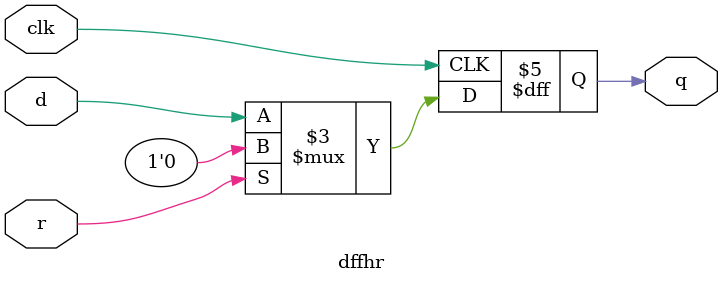
<source format=v>

module dffhr(
  d, 
  r, 
  clk, 
  q
);

  parameter WIDTH = 1;

  input 			        r;
  input 			        clk;
  input 	[WIDTH-1:0] 	d;
  output 	[WIDTH-1:0] 	q;

  reg 		[WIDTH-1:0] 	q;

  always @( posedge clk ) begin 
    if ( r ) begin
      q <= {WIDTH{1'b0}};
    end
    else begin
      q <= d;
    end
  end

endmodule // dffhr


</source>
